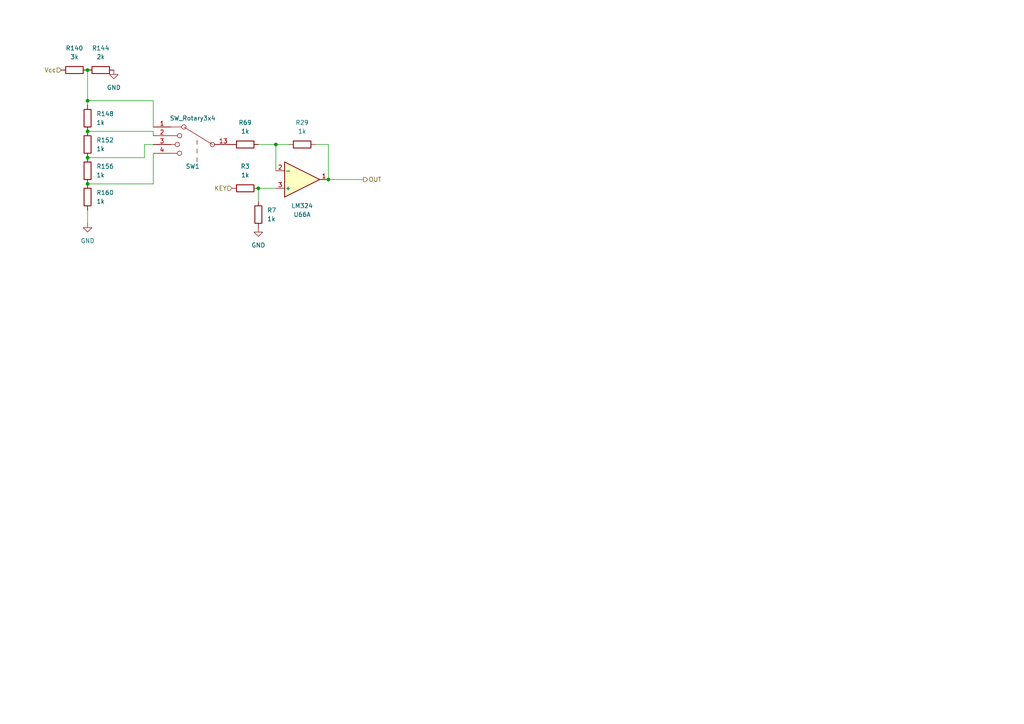
<source format=kicad_sch>
(kicad_sch (version 20230121) (generator eeschema)

  (uuid a081a19f-370f-48fd-9964-fcb5df9f06da)

  (paper "A4")

  (lib_symbols
    (symbol "Amplifier_Operational:LM324" (pin_names (offset 0.127)) (in_bom yes) (on_board yes)
      (property "Reference" "U" (at 0 5.08 0)
        (effects (font (size 1.27 1.27)) (justify left))
      )
      (property "Value" "LM324" (at 0 -5.08 0)
        (effects (font (size 1.27 1.27)) (justify left))
      )
      (property "Footprint" "" (at -1.27 2.54 0)
        (effects (font (size 1.27 1.27)) hide)
      )
      (property "Datasheet" "http://www.ti.com/lit/ds/symlink/lm2902-n.pdf" (at 1.27 5.08 0)
        (effects (font (size 1.27 1.27)) hide)
      )
      (property "ki_locked" "" (at 0 0 0)
        (effects (font (size 1.27 1.27)))
      )
      (property "ki_keywords" "quad opamp" (at 0 0 0)
        (effects (font (size 1.27 1.27)) hide)
      )
      (property "ki_description" "Low-Power, Quad-Operational Amplifiers, DIP-14/SOIC-14/SSOP-14" (at 0 0 0)
        (effects (font (size 1.27 1.27)) hide)
      )
      (property "ki_fp_filters" "SOIC*3.9x8.7mm*P1.27mm* DIP*W7.62mm* TSSOP*4.4x5mm*P0.65mm* SSOP*5.3x6.2mm*P0.65mm* MSOP*3x3mm*P0.5mm*" (at 0 0 0)
        (effects (font (size 1.27 1.27)) hide)
      )
      (symbol "LM324_1_1"
        (polyline
          (pts
            (xy -5.08 5.08)
            (xy 5.08 0)
            (xy -5.08 -5.08)
            (xy -5.08 5.08)
          )
          (stroke (width 0.254) (type default))
          (fill (type background))
        )
        (pin output line (at 7.62 0 180) (length 2.54)
          (name "~" (effects (font (size 1.27 1.27))))
          (number "1" (effects (font (size 1.27 1.27))))
        )
        (pin input line (at -7.62 -2.54 0) (length 2.54)
          (name "-" (effects (font (size 1.27 1.27))))
          (number "2" (effects (font (size 1.27 1.27))))
        )
        (pin input line (at -7.62 2.54 0) (length 2.54)
          (name "+" (effects (font (size 1.27 1.27))))
          (number "3" (effects (font (size 1.27 1.27))))
        )
      )
      (symbol "LM324_2_1"
        (polyline
          (pts
            (xy -5.08 5.08)
            (xy 5.08 0)
            (xy -5.08 -5.08)
            (xy -5.08 5.08)
          )
          (stroke (width 0.254) (type default))
          (fill (type background))
        )
        (pin input line (at -7.62 2.54 0) (length 2.54)
          (name "+" (effects (font (size 1.27 1.27))))
          (number "5" (effects (font (size 1.27 1.27))))
        )
        (pin input line (at -7.62 -2.54 0) (length 2.54)
          (name "-" (effects (font (size 1.27 1.27))))
          (number "6" (effects (font (size 1.27 1.27))))
        )
        (pin output line (at 7.62 0 180) (length 2.54)
          (name "~" (effects (font (size 1.27 1.27))))
          (number "7" (effects (font (size 1.27 1.27))))
        )
      )
      (symbol "LM324_3_1"
        (polyline
          (pts
            (xy -5.08 5.08)
            (xy 5.08 0)
            (xy -5.08 -5.08)
            (xy -5.08 5.08)
          )
          (stroke (width 0.254) (type default))
          (fill (type background))
        )
        (pin input line (at -7.62 2.54 0) (length 2.54)
          (name "+" (effects (font (size 1.27 1.27))))
          (number "10" (effects (font (size 1.27 1.27))))
        )
        (pin output line (at 7.62 0 180) (length 2.54)
          (name "~" (effects (font (size 1.27 1.27))))
          (number "8" (effects (font (size 1.27 1.27))))
        )
        (pin input line (at -7.62 -2.54 0) (length 2.54)
          (name "-" (effects (font (size 1.27 1.27))))
          (number "9" (effects (font (size 1.27 1.27))))
        )
      )
      (symbol "LM324_4_1"
        (polyline
          (pts
            (xy -5.08 5.08)
            (xy 5.08 0)
            (xy -5.08 -5.08)
            (xy -5.08 5.08)
          )
          (stroke (width 0.254) (type default))
          (fill (type background))
        )
        (pin input line (at -7.62 2.54 0) (length 2.54)
          (name "+" (effects (font (size 1.27 1.27))))
          (number "12" (effects (font (size 1.27 1.27))))
        )
        (pin input line (at -7.62 -2.54 0) (length 2.54)
          (name "-" (effects (font (size 1.27 1.27))))
          (number "13" (effects (font (size 1.27 1.27))))
        )
        (pin output line (at 7.62 0 180) (length 2.54)
          (name "~" (effects (font (size 1.27 1.27))))
          (number "14" (effects (font (size 1.27 1.27))))
        )
      )
      (symbol "LM324_5_1"
        (pin power_in line (at -2.54 -7.62 90) (length 3.81)
          (name "V-" (effects (font (size 1.27 1.27))))
          (number "11" (effects (font (size 1.27 1.27))))
        )
        (pin power_in line (at -2.54 7.62 270) (length 3.81)
          (name "V+" (effects (font (size 1.27 1.27))))
          (number "4" (effects (font (size 1.27 1.27))))
        )
      )
    )
    (symbol "Device:R" (pin_numbers hide) (pin_names (offset 0)) (in_bom yes) (on_board yes)
      (property "Reference" "R" (at 2.032 0 90)
        (effects (font (size 1.27 1.27)))
      )
      (property "Value" "R" (at 0 0 90)
        (effects (font (size 1.27 1.27)))
      )
      (property "Footprint" "" (at -1.778 0 90)
        (effects (font (size 1.27 1.27)) hide)
      )
      (property "Datasheet" "~" (at 0 0 0)
        (effects (font (size 1.27 1.27)) hide)
      )
      (property "ki_keywords" "R res resistor" (at 0 0 0)
        (effects (font (size 1.27 1.27)) hide)
      )
      (property "ki_description" "Resistor" (at 0 0 0)
        (effects (font (size 1.27 1.27)) hide)
      )
      (property "ki_fp_filters" "R_*" (at 0 0 0)
        (effects (font (size 1.27 1.27)) hide)
      )
      (symbol "R_0_1"
        (rectangle (start -1.016 -2.54) (end 1.016 2.54)
          (stroke (width 0.254) (type default))
          (fill (type none))
        )
      )
      (symbol "R_1_1"
        (pin passive line (at 0 3.81 270) (length 1.27)
          (name "~" (effects (font (size 1.27 1.27))))
          (number "1" (effects (font (size 1.27 1.27))))
        )
        (pin passive line (at 0 -3.81 90) (length 1.27)
          (name "~" (effects (font (size 1.27 1.27))))
          (number "2" (effects (font (size 1.27 1.27))))
        )
      )
    )
    (symbol "Switch:SW_Rotary3x4" (pin_names (offset 1.016) hide) (in_bom yes) (on_board yes)
      (property "Reference" "SW1" (at 1.27 22.86 0)
        (effects (font (size 1.27 1.27)))
      )
      (property "Value" "SW_Rotary3x4" (at 1.27 20.32 0)
        (effects (font (size 1.27 1.27)))
      )
      (property "Footprint" "" (at -2.54 20.32 0)
        (effects (font (size 1.27 1.27)) hide)
      )
      (property "Datasheet" "http://cdn-reichelt.de/documents/datenblatt/C200/DS-Serie%23LOR.pdf" (at -2.54 20.32 0)
        (effects (font (size 1.27 1.27)) hide)
      )
      (property "ki_keywords" "rotary switch" (at 0 0 0)
        (effects (font (size 1.27 1.27)) hide)
      )
      (property "ki_description" "3 rotary switches with 4 positions" (at 0 0 0)
        (effects (font (size 1.27 1.27)) hide)
      )
      (symbol "SW_Rotary3x4_0_0"
        (circle (center -4.445 12.7) (radius 0.635)
          (stroke (width 0) (type default))
          (fill (type none))
        )
        (polyline
          (pts
            (xy -4.445 12.7)
            (xy 3.81 17.78)
          )
          (stroke (width 0) (type default))
          (fill (type none))
        )
        (polyline
          (pts
            (xy 0 7.62)
            (xy 0 8.89)
          )
          (stroke (width 0) (type default))
          (fill (type none))
        )
        (polyline
          (pts
            (xy 0 10.16)
            (xy 0 11.43)
          )
          (stroke (width 0) (type default))
          (fill (type none))
        )
        (polyline
          (pts
            (xy 0 12.7)
            (xy 0 13.97)
          )
          (stroke (width 0) (type default))
          (fill (type none))
        )
        (polyline
          (pts
            (xy 4.445 17.78)
            (xy 7.62 17.78)
          )
          (stroke (width 0) (type default))
          (fill (type none))
        )
        (polyline
          (pts
            (xy 5.715 10.16)
            (xy 7.62 10.16)
          )
          (stroke (width 0) (type default))
          (fill (type none))
        )
        (polyline
          (pts
            (xy 5.715 15.24)
            (xy 7.62 15.24)
          )
          (stroke (width 0) (type default))
          (fill (type none))
        )
        (polyline
          (pts
            (xy 6.35 12.7)
            (xy 7.62 12.7)
          )
          (stroke (width 0) (type default))
          (fill (type none))
        )
        (circle (center 3.81 17.78) (radius 0.635)
          (stroke (width 0) (type default))
          (fill (type none))
        )
        (circle (center 5.08 10.16) (radius 0.635)
          (stroke (width 0) (type default))
          (fill (type none))
        )
        (circle (center 5.08 15.24) (radius 0.635)
          (stroke (width 0) (type default))
          (fill (type none))
        )
        (circle (center 5.715 12.7) (radius 0.635)
          (stroke (width 0) (type default))
          (fill (type none))
        )
      )
      (symbol "SW_Rotary3x4_0_1"
        (pin passive line (at 12.7 17.78 180) (length 5.08)
          (name "1" (effects (font (size 1.27 1.27))))
          (number "1" (effects (font (size 1.27 1.27))))
        )
        (pin passive line (at -10.16 12.7 0) (length 5.08)
          (name "13" (effects (font (size 1.27 1.27))))
          (number "13" (effects (font (size 1.27 1.27))))
        )
        (pin passive line (at 12.7 15.24 180) (length 5.08)
          (name "2" (effects (font (size 1.27 1.27))))
          (number "2" (effects (font (size 1.27 1.27))))
        )
        (pin passive line (at 12.7 12.7 180) (length 5.08)
          (name "3" (effects (font (size 1.27 1.27))))
          (number "3" (effects (font (size 1.27 1.27))))
        )
        (pin passive line (at 12.7 10.16 180) (length 5.08)
          (name "4" (effects (font (size 1.27 1.27))))
          (number "4" (effects (font (size 1.27 1.27))))
        )
      )
    )
    (symbol "power:GND" (power) (pin_names (offset 0)) (in_bom yes) (on_board yes)
      (property "Reference" "#PWR" (at 0 -6.35 0)
        (effects (font (size 1.27 1.27)) hide)
      )
      (property "Value" "GND" (at 0 -3.81 0)
        (effects (font (size 1.27 1.27)))
      )
      (property "Footprint" "" (at 0 0 0)
        (effects (font (size 1.27 1.27)) hide)
      )
      (property "Datasheet" "" (at 0 0 0)
        (effects (font (size 1.27 1.27)) hide)
      )
      (property "ki_keywords" "global power" (at 0 0 0)
        (effects (font (size 1.27 1.27)) hide)
      )
      (property "ki_description" "Power symbol creates a global label with name \"GND\" , ground" (at 0 0 0)
        (effects (font (size 1.27 1.27)) hide)
      )
      (symbol "GND_0_1"
        (polyline
          (pts
            (xy 0 0)
            (xy 0 -1.27)
            (xy 1.27 -1.27)
            (xy 0 -2.54)
            (xy -1.27 -1.27)
            (xy 0 -1.27)
          )
          (stroke (width 0) (type default))
          (fill (type none))
        )
      )
      (symbol "GND_1_1"
        (pin power_in line (at 0 0 270) (length 0) hide
          (name "GND" (effects (font (size 1.27 1.27))))
          (number "1" (effects (font (size 1.27 1.27))))
        )
      )
    )
  )

  (junction (at 25.4 53.34) (diameter 0) (color 0 0 0 0)
    (uuid 2acacae4-ce06-479e-935b-4cb55251b4fa)
  )
  (junction (at 74.93 54.61) (diameter 0) (color 0 0 0 0)
    (uuid 3f94da04-7639-471a-ade9-97cd402ae4e0)
  )
  (junction (at 25.4 45.72) (diameter 0) (color 0 0 0 0)
    (uuid 41c5ac5f-0a56-4d2b-8075-be7eee004e18)
  )
  (junction (at 25.4 20.32) (diameter 0) (color 0 0 0 0)
    (uuid 673e3f89-3c2b-4d43-86ce-ee6853da8caa)
  )
  (junction (at 80.01 41.91) (diameter 0) (color 0 0 0 0)
    (uuid dd3e18ef-631b-4e14-8ce8-08eb6249e110)
  )
  (junction (at 95.25 52.07) (diameter 0) (color 0 0 0 0)
    (uuid e14196bf-5542-4f66-94b0-2a2f3b3caddf)
  )
  (junction (at 25.4 38.1) (diameter 0) (color 0 0 0 0)
    (uuid e6e14eda-e352-45ed-a69c-1bbbaf46d1db)
  )
  (junction (at 25.4 29.21) (diameter 0) (color 0 0 0 0)
    (uuid f753407b-11c8-42bc-8d36-4ed00d6dd516)
  )

  (wire (pts (xy 44.45 29.21) (xy 44.45 36.83))
    (stroke (width 0) (type default))
    (uuid 02bded53-b6af-4e12-adbd-9689dbb4de3e)
  )
  (wire (pts (xy 44.45 44.45) (xy 44.45 53.34))
    (stroke (width 0) (type default))
    (uuid 288ca140-cdd6-4e13-a4af-be6e4fabb44c)
  )
  (wire (pts (xy 25.4 60.96) (xy 25.4 64.77))
    (stroke (width 0) (type default))
    (uuid 33bae5a4-db00-4395-9109-07c005e12e7a)
  )
  (wire (pts (xy 41.91 41.91) (xy 44.45 41.91))
    (stroke (width 0) (type default))
    (uuid 456f51b8-72c9-49b3-bdef-fc590f662da0)
  )
  (wire (pts (xy 25.4 53.34) (xy 44.45 53.34))
    (stroke (width 0) (type default))
    (uuid 5d161bab-5478-4d9e-9f2d-a593f8d47f3a)
  )
  (wire (pts (xy 25.4 45.72) (xy 41.91 45.72))
    (stroke (width 0) (type default))
    (uuid 62d89459-6d72-4011-8c93-454d6738e670)
  )
  (wire (pts (xy 83.82 41.91) (xy 80.01 41.91))
    (stroke (width 0) (type default))
    (uuid 69c9dbca-8187-42b7-afac-624353ac827c)
  )
  (wire (pts (xy 25.4 38.1) (xy 44.45 38.1))
    (stroke (width 0) (type default))
    (uuid 8d55997b-1865-4bd3-a678-3168799b67c0)
  )
  (wire (pts (xy 80.01 41.91) (xy 80.01 49.53))
    (stroke (width 0) (type default))
    (uuid 91101127-5e2e-48cc-888e-8047ce4b8a6a)
  )
  (wire (pts (xy 95.25 41.91) (xy 95.25 52.07))
    (stroke (width 0) (type default))
    (uuid 943841ae-aa62-4cd5-b427-24b4cc071960)
  )
  (wire (pts (xy 95.25 52.07) (xy 105.41 52.07))
    (stroke (width 0) (type default))
    (uuid 98a5e037-6414-49bc-bbe0-9875f57f9e6b)
  )
  (wire (pts (xy 25.4 29.21) (xy 25.4 30.48))
    (stroke (width 0) (type default))
    (uuid 9b8a4a4c-69be-4f6a-9eb2-eecf0feff21e)
  )
  (wire (pts (xy 74.93 54.61) (xy 80.01 54.61))
    (stroke (width 0) (type default))
    (uuid 9ed9ee43-4beb-494f-bf72-54824c8362f9)
  )
  (wire (pts (xy 25.4 29.21) (xy 44.45 29.21))
    (stroke (width 0) (type default))
    (uuid a4b6b6cb-808f-4079-90c0-cb4bc5b80dbe)
  )
  (wire (pts (xy 91.44 41.91) (xy 95.25 41.91))
    (stroke (width 0) (type default))
    (uuid b605c737-1780-4e5f-84cf-1ae8fc8d05b2)
  )
  (wire (pts (xy 74.93 58.42) (xy 74.93 54.61))
    (stroke (width 0) (type default))
    (uuid c427f296-c4df-4bcf-8469-68f5e2dbd9e5)
  )
  (wire (pts (xy 25.4 20.32) (xy 25.4 29.21))
    (stroke (width 0) (type default))
    (uuid c99d151d-a94a-45df-9648-870fe1ddc7e3)
  )
  (wire (pts (xy 41.91 45.72) (xy 41.91 41.91))
    (stroke (width 0) (type default))
    (uuid d68a430f-737a-4b7e-b1af-fadb52168635)
  )
  (wire (pts (xy 44.45 38.1) (xy 44.45 39.37))
    (stroke (width 0) (type default))
    (uuid ef80e16e-03a7-4e5a-a533-fe7f01aac8a5)
  )
  (wire (pts (xy 74.93 41.91) (xy 80.01 41.91))
    (stroke (width 0) (type default))
    (uuid fb0ea173-7eec-4645-b564-b4e22bb6ac7c)
  )

  (hierarchical_label "KEY" (shape input) (at 67.31 54.61 180) (fields_autoplaced)
    (effects (font (size 1.27 1.27)) (justify right))
    (uuid 15569375-cdca-44e6-a24c-1b7a801e9727)
  )
  (hierarchical_label "Vcc" (shape input) (at 17.78 20.32 180) (fields_autoplaced)
    (effects (font (size 1.27 1.27)) (justify right))
    (uuid 9e8c7436-6a0d-463b-8179-99afa2a4034a)
  )
  (hierarchical_label "OUT" (shape output) (at 105.41 52.07 0) (fields_autoplaced)
    (effects (font (size 1.27 1.27)) (justify left))
    (uuid e5b2370f-c84c-4ab9-bdba-af52629895d5)
  )

  (symbol (lib_id "power:GND") (at 33.02 20.32 0) (unit 1)
    (in_bom yes) (on_board yes) (dnp no) (fields_autoplaced)
    (uuid 035b46a6-f5bb-4665-bb79-dcf10cbefedc)
    (property "Reference" "#PWR017" (at 33.02 26.67 0)
      (effects (font (size 1.27 1.27)) hide)
    )
    (property "Value" "GND" (at 33.02 25.4 0)
      (effects (font (size 1.27 1.27)))
    )
    (property "Footprint" "" (at 33.02 20.32 0)
      (effects (font (size 1.27 1.27)) hide)
    )
    (property "Datasheet" "" (at 33.02 20.32 0)
      (effects (font (size 1.27 1.27)) hide)
    )
    (pin "1" (uuid 88aedc00-bdbb-403a-a548-01c7013c74e8))
    (instances
      (project "szinti"
        (path "/c9b1620a-569f-4770-8753-fedfc7271ef5/00000000-0000-0000-0000-000064ba06c3"
          (reference "#PWR017") (unit 1)
        )
        (path "/c9b1620a-569f-4770-8753-fedfc7271ef5/4d7ff619-b956-4e49-8cc4-25f219e8dc4b"
          (reference "#PWR018") (unit 1)
        )
        (path "/c9b1620a-569f-4770-8753-fedfc7271ef5/f113e3ef-706d-4ee4-ae72-e5447bc34964"
          (reference "#PWR041") (unit 1)
        )
        (path "/c9b1620a-569f-4770-8753-fedfc7271ef5/622853d3-f6ce-449d-a8cc-1506d1b27fb9"
          (reference "#PWR042") (unit 1)
        )
      )
    )
  )

  (symbol (lib_id "Device:R") (at 25.4 34.29 180) (unit 1)
    (in_bom yes) (on_board yes) (dnp no) (fields_autoplaced)
    (uuid 187aca85-6cc2-48f6-bd29-5f6c39d898f7)
    (property "Reference" "R148" (at 27.94 33.02 0)
      (effects (font (size 1.27 1.27)) (justify right))
    )
    (property "Value" "1k" (at 27.94 35.56 0)
      (effects (font (size 1.27 1.27)) (justify right))
    )
    (property "Footprint" "" (at 27.178 34.29 90)
      (effects (font (size 1.27 1.27)) hide)
    )
    (property "Datasheet" "~" (at 25.4 34.29 0)
      (effects (font (size 1.27 1.27)) hide)
    )
    (pin "1" (uuid 2f629c75-1936-4ee5-9960-ef5b745fce19))
    (pin "2" (uuid d0a7a231-cc4d-4e1b-90fb-2f49b69ee3ec))
    (instances
      (project "szinti"
        (path "/c9b1620a-569f-4770-8753-fedfc7271ef5/00000000-0000-0000-0000-000064ba06c3"
          (reference "R148") (unit 1)
        )
        (path "/c9b1620a-569f-4770-8753-fedfc7271ef5/4d7ff619-b956-4e49-8cc4-25f219e8dc4b"
          (reference "R149") (unit 1)
        )
        (path "/c9b1620a-569f-4770-8753-fedfc7271ef5/f113e3ef-706d-4ee4-ae72-e5447bc34964"
          (reference "R150") (unit 1)
        )
        (path "/c9b1620a-569f-4770-8753-fedfc7271ef5/622853d3-f6ce-449d-a8cc-1506d1b27fb9"
          (reference "R151") (unit 1)
        )
      )
    )
  )

  (symbol (lib_id "power:GND") (at 25.4 64.77 0) (unit 1)
    (in_bom yes) (on_board yes) (dnp no) (fields_autoplaced)
    (uuid 18ea9a5a-cb09-49ae-a546-a13851fa442b)
    (property "Reference" "#PWR073" (at 25.4 71.12 0)
      (effects (font (size 1.27 1.27)) hide)
    )
    (property "Value" "GND" (at 25.4 69.85 0)
      (effects (font (size 1.27 1.27)))
    )
    (property "Footprint" "" (at 25.4 64.77 0)
      (effects (font (size 1.27 1.27)) hide)
    )
    (property "Datasheet" "" (at 25.4 64.77 0)
      (effects (font (size 1.27 1.27)) hide)
    )
    (pin "1" (uuid 28aabf1b-68df-4a66-8c88-18979b131c01))
    (instances
      (project "szinti"
        (path "/c9b1620a-569f-4770-8753-fedfc7271ef5/00000000-0000-0000-0000-000064ba06c3"
          (reference "#PWR073") (unit 1)
        )
        (path "/c9b1620a-569f-4770-8753-fedfc7271ef5/4d7ff619-b956-4e49-8cc4-25f219e8dc4b"
          (reference "#PWR074") (unit 1)
        )
        (path "/c9b1620a-569f-4770-8753-fedfc7271ef5/f113e3ef-706d-4ee4-ae72-e5447bc34964"
          (reference "#PWR075") (unit 1)
        )
        (path "/c9b1620a-569f-4770-8753-fedfc7271ef5/622853d3-f6ce-449d-a8cc-1506d1b27fb9"
          (reference "#PWR076") (unit 1)
        )
      )
    )
  )

  (symbol (lib_id "Device:R") (at 74.93 62.23 180) (unit 1)
    (in_bom yes) (on_board yes) (dnp no) (fields_autoplaced)
    (uuid 2dca3c3e-8bac-4500-b90b-e0d8fe7ee518)
    (property "Reference" "R7" (at 77.47 60.96 0)
      (effects (font (size 1.27 1.27)) (justify right))
    )
    (property "Value" "1k" (at 77.47 63.5 0)
      (effects (font (size 1.27 1.27)) (justify right))
    )
    (property "Footprint" "" (at 76.708 62.23 90)
      (effects (font (size 1.27 1.27)) hide)
    )
    (property "Datasheet" "~" (at 74.93 62.23 0)
      (effects (font (size 1.27 1.27)) hide)
    )
    (pin "1" (uuid 4441373f-c995-4b45-bec9-9a71a8f80120))
    (pin "2" (uuid 45c4350a-6417-4661-8e87-4bddf580db2c))
    (instances
      (project "szinti"
        (path "/c9b1620a-569f-4770-8753-fedfc7271ef5/00000000-0000-0000-0000-000064ba06c3"
          (reference "R7") (unit 1)
        )
        (path "/c9b1620a-569f-4770-8753-fedfc7271ef5/4d7ff619-b956-4e49-8cc4-25f219e8dc4b"
          (reference "R8") (unit 1)
        )
        (path "/c9b1620a-569f-4770-8753-fedfc7271ef5/f113e3ef-706d-4ee4-ae72-e5447bc34964"
          (reference "R9") (unit 1)
        )
        (path "/c9b1620a-569f-4770-8753-fedfc7271ef5/622853d3-f6ce-449d-a8cc-1506d1b27fb9"
          (reference "R10") (unit 1)
        )
      )
    )
  )

  (symbol (lib_id "Device:R") (at 25.4 49.53 180) (unit 1)
    (in_bom yes) (on_board yes) (dnp no) (fields_autoplaced)
    (uuid 3fa9b814-1801-4435-a15e-e6a125585e03)
    (property "Reference" "R156" (at 27.94 48.26 0)
      (effects (font (size 1.27 1.27)) (justify right))
    )
    (property "Value" "1k" (at 27.94 50.8 0)
      (effects (font (size 1.27 1.27)) (justify right))
    )
    (property "Footprint" "" (at 27.178 49.53 90)
      (effects (font (size 1.27 1.27)) hide)
    )
    (property "Datasheet" "~" (at 25.4 49.53 0)
      (effects (font (size 1.27 1.27)) hide)
    )
    (pin "1" (uuid 3f2acca5-ef02-4d1b-acba-0617c3b9b5d8))
    (pin "2" (uuid b10516ca-800f-43d4-866b-90169d12e8bf))
    (instances
      (project "szinti"
        (path "/c9b1620a-569f-4770-8753-fedfc7271ef5/00000000-0000-0000-0000-000064ba06c3"
          (reference "R156") (unit 1)
        )
        (path "/c9b1620a-569f-4770-8753-fedfc7271ef5/4d7ff619-b956-4e49-8cc4-25f219e8dc4b"
          (reference "R157") (unit 1)
        )
        (path "/c9b1620a-569f-4770-8753-fedfc7271ef5/f113e3ef-706d-4ee4-ae72-e5447bc34964"
          (reference "R158") (unit 1)
        )
        (path "/c9b1620a-569f-4770-8753-fedfc7271ef5/622853d3-f6ce-449d-a8cc-1506d1b27fb9"
          (reference "R159") (unit 1)
        )
      )
    )
  )

  (symbol (lib_id "Device:R") (at 25.4 41.91 180) (unit 1)
    (in_bom yes) (on_board yes) (dnp no) (fields_autoplaced)
    (uuid 3fb07e51-dfa7-488a-a8e2-2f35539c43fe)
    (property "Reference" "R152" (at 27.94 40.64 0)
      (effects (font (size 1.27 1.27)) (justify right))
    )
    (property "Value" "1k" (at 27.94 43.18 0)
      (effects (font (size 1.27 1.27)) (justify right))
    )
    (property "Footprint" "" (at 27.178 41.91 90)
      (effects (font (size 1.27 1.27)) hide)
    )
    (property "Datasheet" "~" (at 25.4 41.91 0)
      (effects (font (size 1.27 1.27)) hide)
    )
    (pin "1" (uuid 887628b1-9d9f-4425-80f0-e422fd633d72))
    (pin "2" (uuid 596c4ab2-b662-4cfd-8fac-63b5d8224098))
    (instances
      (project "szinti"
        (path "/c9b1620a-569f-4770-8753-fedfc7271ef5/00000000-0000-0000-0000-000064ba06c3"
          (reference "R152") (unit 1)
        )
        (path "/c9b1620a-569f-4770-8753-fedfc7271ef5/4d7ff619-b956-4e49-8cc4-25f219e8dc4b"
          (reference "R153") (unit 1)
        )
        (path "/c9b1620a-569f-4770-8753-fedfc7271ef5/f113e3ef-706d-4ee4-ae72-e5447bc34964"
          (reference "R154") (unit 1)
        )
        (path "/c9b1620a-569f-4770-8753-fedfc7271ef5/622853d3-f6ce-449d-a8cc-1506d1b27fb9"
          (reference "R155") (unit 1)
        )
      )
    )
  )

  (symbol (lib_id "Device:R") (at 25.4 57.15 180) (unit 1)
    (in_bom yes) (on_board yes) (dnp no) (fields_autoplaced)
    (uuid 47721763-9c57-4e5e-a8e9-078d19c2cd1f)
    (property "Reference" "R160" (at 27.94 55.88 0)
      (effects (font (size 1.27 1.27)) (justify right))
    )
    (property "Value" "1k" (at 27.94 58.42 0)
      (effects (font (size 1.27 1.27)) (justify right))
    )
    (property "Footprint" "" (at 27.178 57.15 90)
      (effects (font (size 1.27 1.27)) hide)
    )
    (property "Datasheet" "~" (at 25.4 57.15 0)
      (effects (font (size 1.27 1.27)) hide)
    )
    (pin "1" (uuid 18878ff6-8a6f-448f-a9f8-489875a064af))
    (pin "2" (uuid 513466fd-16d9-4594-94b6-1140722a0006))
    (instances
      (project "szinti"
        (path "/c9b1620a-569f-4770-8753-fedfc7271ef5/00000000-0000-0000-0000-000064ba06c3"
          (reference "R160") (unit 1)
        )
        (path "/c9b1620a-569f-4770-8753-fedfc7271ef5/4d7ff619-b956-4e49-8cc4-25f219e8dc4b"
          (reference "R161") (unit 1)
        )
        (path "/c9b1620a-569f-4770-8753-fedfc7271ef5/f113e3ef-706d-4ee4-ae72-e5447bc34964"
          (reference "R162") (unit 1)
        )
        (path "/c9b1620a-569f-4770-8753-fedfc7271ef5/622853d3-f6ce-449d-a8cc-1506d1b27fb9"
          (reference "R163") (unit 1)
        )
      )
    )
  )

  (symbol (lib_id "Device:R") (at 71.12 54.61 90) (unit 1)
    (in_bom yes) (on_board yes) (dnp no) (fields_autoplaced)
    (uuid 6a75140a-3ab4-4a31-9402-a826b3aa2173)
    (property "Reference" "R3" (at 71.12 48.26 90)
      (effects (font (size 1.27 1.27)))
    )
    (property "Value" "1k" (at 71.12 50.8 90)
      (effects (font (size 1.27 1.27)))
    )
    (property "Footprint" "" (at 71.12 56.388 90)
      (effects (font (size 1.27 1.27)) hide)
    )
    (property "Datasheet" "~" (at 71.12 54.61 0)
      (effects (font (size 1.27 1.27)) hide)
    )
    (pin "1" (uuid a9ba7139-af9c-40d6-813c-6bd8995fbf95))
    (pin "2" (uuid f20291e2-a6cc-4e0c-ba2f-51464ff5da43))
    (instances
      (project "szinti"
        (path "/c9b1620a-569f-4770-8753-fedfc7271ef5/00000000-0000-0000-0000-000064ba06c3"
          (reference "R3") (unit 1)
        )
        (path "/c9b1620a-569f-4770-8753-fedfc7271ef5/4d7ff619-b956-4e49-8cc4-25f219e8dc4b"
          (reference "R4") (unit 1)
        )
        (path "/c9b1620a-569f-4770-8753-fedfc7271ef5/f113e3ef-706d-4ee4-ae72-e5447bc34964"
          (reference "R5") (unit 1)
        )
        (path "/c9b1620a-569f-4770-8753-fedfc7271ef5/622853d3-f6ce-449d-a8cc-1506d1b27fb9"
          (reference "R6") (unit 1)
        )
      )
    )
  )

  (symbol (lib_id "Device:R") (at 21.59 20.32 270) (unit 1)
    (in_bom yes) (on_board yes) (dnp no) (fields_autoplaced)
    (uuid 70798810-a9d8-4d57-86a6-6972730ce1a1)
    (property "Reference" "R140" (at 21.59 13.97 90)
      (effects (font (size 1.27 1.27)))
    )
    (property "Value" "3k" (at 21.59 16.51 90)
      (effects (font (size 1.27 1.27)))
    )
    (property "Footprint" "" (at 21.59 18.542 90)
      (effects (font (size 1.27 1.27)) hide)
    )
    (property "Datasheet" "~" (at 21.59 20.32 0)
      (effects (font (size 1.27 1.27)) hide)
    )
    (pin "1" (uuid 775127c2-a5a9-4146-9105-c4adff1ffb76))
    (pin "2" (uuid b2d9a74e-5c92-4b7a-badc-7e9540562103))
    (instances
      (project "szinti"
        (path "/c9b1620a-569f-4770-8753-fedfc7271ef5/00000000-0000-0000-0000-000064ba06c3"
          (reference "R140") (unit 1)
        )
        (path "/c9b1620a-569f-4770-8753-fedfc7271ef5/4d7ff619-b956-4e49-8cc4-25f219e8dc4b"
          (reference "R141") (unit 1)
        )
        (path "/c9b1620a-569f-4770-8753-fedfc7271ef5/f113e3ef-706d-4ee4-ae72-e5447bc34964"
          (reference "R142") (unit 1)
        )
        (path "/c9b1620a-569f-4770-8753-fedfc7271ef5/622853d3-f6ce-449d-a8cc-1506d1b27fb9"
          (reference "R143") (unit 1)
        )
      )
    )
  )

  (symbol (lib_id "Device:R") (at 71.12 41.91 90) (unit 1)
    (in_bom yes) (on_board yes) (dnp no) (fields_autoplaced)
    (uuid 74fb2ef7-ebd4-4428-b094-3057e8906b3e)
    (property "Reference" "R69" (at 71.12 35.56 90)
      (effects (font (size 1.27 1.27)))
    )
    (property "Value" "1k" (at 71.12 38.1 90)
      (effects (font (size 1.27 1.27)))
    )
    (property "Footprint" "" (at 71.12 43.688 90)
      (effects (font (size 1.27 1.27)) hide)
    )
    (property "Datasheet" "~" (at 71.12 41.91 0)
      (effects (font (size 1.27 1.27)) hide)
    )
    (pin "1" (uuid a278f143-101f-4c45-aca1-86f4de9ab076))
    (pin "2" (uuid f0b6a422-eca9-4426-be6e-3037bc54d0b7))
    (instances
      (project "szinti"
        (path "/c9b1620a-569f-4770-8753-fedfc7271ef5/00000000-0000-0000-0000-000064ba06c3"
          (reference "R69") (unit 1)
        )
        (path "/c9b1620a-569f-4770-8753-fedfc7271ef5/4d7ff619-b956-4e49-8cc4-25f219e8dc4b"
          (reference "R70") (unit 1)
        )
        (path "/c9b1620a-569f-4770-8753-fedfc7271ef5/f113e3ef-706d-4ee4-ae72-e5447bc34964"
          (reference "R71") (unit 1)
        )
        (path "/c9b1620a-569f-4770-8753-fedfc7271ef5/622853d3-f6ce-449d-a8cc-1506d1b27fb9"
          (reference "R72") (unit 1)
        )
      )
    )
  )

  (symbol (lib_id "Device:R") (at 29.21 20.32 270) (unit 1)
    (in_bom yes) (on_board yes) (dnp no) (fields_autoplaced)
    (uuid 829de15e-f33c-43ff-8cb5-0dd7543d6331)
    (property "Reference" "R144" (at 29.21 13.97 90)
      (effects (font (size 1.27 1.27)))
    )
    (property "Value" "2k" (at 29.21 16.51 90)
      (effects (font (size 1.27 1.27)))
    )
    (property "Footprint" "" (at 29.21 18.542 90)
      (effects (font (size 1.27 1.27)) hide)
    )
    (property "Datasheet" "~" (at 29.21 20.32 0)
      (effects (font (size 1.27 1.27)) hide)
    )
    (pin "1" (uuid 0dcc3e6a-ba2c-41df-b960-95501cee584a))
    (pin "2" (uuid 0cc2d2bb-9ba8-4d34-98f1-36a470ff42e9))
    (instances
      (project "szinti"
        (path "/c9b1620a-569f-4770-8753-fedfc7271ef5/00000000-0000-0000-0000-000064ba06c3"
          (reference "R144") (unit 1)
        )
        (path "/c9b1620a-569f-4770-8753-fedfc7271ef5/4d7ff619-b956-4e49-8cc4-25f219e8dc4b"
          (reference "R145") (unit 1)
        )
        (path "/c9b1620a-569f-4770-8753-fedfc7271ef5/f113e3ef-706d-4ee4-ae72-e5447bc34964"
          (reference "R146") (unit 1)
        )
        (path "/c9b1620a-569f-4770-8753-fedfc7271ef5/622853d3-f6ce-449d-a8cc-1506d1b27fb9"
          (reference "R147") (unit 1)
        )
      )
    )
  )

  (symbol (lib_id "Amplifier_Operational:LM324") (at 87.63 52.07 0) (mirror x) (unit 1)
    (in_bom yes) (on_board yes) (dnp no)
    (uuid 9f40cfc6-527f-4329-9e5d-8a26852d9b5b)
    (property "Reference" "U66" (at 87.63 62.23 0)
      (effects (font (size 1.27 1.27)))
    )
    (property "Value" "LM324" (at 87.63 59.69 0)
      (effects (font (size 1.27 1.27)))
    )
    (property "Footprint" "" (at 86.36 54.61 0)
      (effects (font (size 1.27 1.27)) hide)
    )
    (property "Datasheet" "http://www.ti.com/lit/ds/symlink/lm2902-n.pdf" (at 88.9 57.15 0)
      (effects (font (size 1.27 1.27)) hide)
    )
    (pin "1" (uuid bcc50097-ac74-455f-a39b-b6bf1e87c5b4))
    (pin "2" (uuid 88991f92-fcac-4c47-b6de-42f3958a32e7))
    (pin "3" (uuid dd8f2499-87da-4e4f-b185-50beb00d6516))
    (pin "5" (uuid 11e75538-1373-44ee-8263-25054a5cb1ef))
    (pin "6" (uuid 2c372255-04a0-4e1b-beb2-0dcb3da9ed60))
    (pin "7" (uuid 7bfbafcb-28bd-4be4-8f16-fbd42fdcc61d))
    (pin "10" (uuid f4443480-59be-4241-9ca3-b8b5d5951e9b))
    (pin "8" (uuid 3eab5a96-9307-4147-8a4c-c690796cb841))
    (pin "9" (uuid 93b4c1e4-a0a3-4bcf-baee-d95d203e1476))
    (pin "12" (uuid 0e30f2f5-cc0f-47a8-96ef-87bc61f9fcc1))
    (pin "13" (uuid 51e3fa2f-be35-4d8e-9834-292536dabfd9))
    (pin "14" (uuid 1949243b-02a4-402a-bbb5-9a535b6a15f8))
    (pin "11" (uuid cb18da3b-c1ad-437b-949e-30c71b6f8dd8))
    (pin "4" (uuid e3e3274a-e785-49ba-aec6-c70d265990cd))
    (instances
      (project "szinti"
        (path "/c9b1620a-569f-4770-8753-fedfc7271ef5/00000000-0000-0000-0000-000064ba06c3"
          (reference "U66") (unit 1)
        )
        (path "/c9b1620a-569f-4770-8753-fedfc7271ef5/4d7ff619-b956-4e49-8cc4-25f219e8dc4b"
          (reference "U67") (unit 1)
        )
        (path "/c9b1620a-569f-4770-8753-fedfc7271ef5/f113e3ef-706d-4ee4-ae72-e5447bc34964"
          (reference "U68") (unit 1)
        )
        (path "/c9b1620a-569f-4770-8753-fedfc7271ef5/622853d3-f6ce-449d-a8cc-1506d1b27fb9"
          (reference "U69") (unit 1)
        )
      )
    )
  )

  (symbol (lib_id "Switch:SW_Rotary3x4") (at 57.15 54.61 0) (mirror y) (unit 1)
    (in_bom yes) (on_board yes) (dnp no)
    (uuid bd2d5b86-7ab0-4a0d-9981-7940d52a5060)
    (property "Reference" "SW1" (at 55.88 48.26 0)
      (effects (font (size 1.27 1.27)))
    )
    (property "Value" "SW_Rotary3x4" (at 55.88 34.29 0)
      (effects (font (size 1.27 1.27)))
    )
    (property "Footprint" "" (at 59.69 34.29 0)
      (effects (font (size 1.27 1.27)) hide)
    )
    (property "Datasheet" "http://cdn-reichelt.de/documents/datenblatt/C200/DS-Serie%23LOR.pdf" (at 59.69 34.29 0)
      (effects (font (size 1.27 1.27)) hide)
    )
    (pin "1" (uuid 9c15cf4a-92dd-4280-8587-906c61864f87))
    (pin "13" (uuid b22210ba-9060-4279-bac7-a6dbaf0a6a7e))
    (pin "2" (uuid 6e819405-1025-4c08-ab87-0bc487193663))
    (pin "3" (uuid f9e945ed-f830-4623-a66b-3648c73f2970))
    (pin "4" (uuid 6a510909-1205-4b04-931c-50079ea12323))
    (instances
      (project "szinti"
        (path "/c9b1620a-569f-4770-8753-fedfc7271ef5/00000000-0000-0000-0000-000064ba06c3"
          (reference "SW1") (unit 1)
        )
        (path "/c9b1620a-569f-4770-8753-fedfc7271ef5/4d7ff619-b956-4e49-8cc4-25f219e8dc4b"
          (reference "SW2") (unit 1)
        )
        (path "/c9b1620a-569f-4770-8753-fedfc7271ef5/f113e3ef-706d-4ee4-ae72-e5447bc34964"
          (reference "SW3") (unit 1)
        )
        (path "/c9b1620a-569f-4770-8753-fedfc7271ef5/622853d3-f6ce-449d-a8cc-1506d1b27fb9"
          (reference "SW4") (unit 1)
        )
      )
    )
  )

  (symbol (lib_id "power:GND") (at 74.93 66.04 0) (unit 1)
    (in_bom yes) (on_board yes) (dnp no) (fields_autoplaced)
    (uuid d2a7b36c-d65d-4f70-8d43-255ff610a34e)
    (property "Reference" "#PWR02" (at 74.93 72.39 0)
      (effects (font (size 1.27 1.27)) hide)
    )
    (property "Value" "GND" (at 74.93 71.12 0)
      (effects (font (size 1.27 1.27)))
    )
    (property "Footprint" "" (at 74.93 66.04 0)
      (effects (font (size 1.27 1.27)) hide)
    )
    (property "Datasheet" "" (at 74.93 66.04 0)
      (effects (font (size 1.27 1.27)) hide)
    )
    (pin "1" (uuid 2d19afd7-f491-4abd-a083-9dfcce0fe4e7))
    (instances
      (project "szinti"
        (path "/c9b1620a-569f-4770-8753-fedfc7271ef5/00000000-0000-0000-0000-000064ba06c3"
          (reference "#PWR02") (unit 1)
        )
        (path "/c9b1620a-569f-4770-8753-fedfc7271ef5/4d7ff619-b956-4e49-8cc4-25f219e8dc4b"
          (reference "#PWR03") (unit 1)
        )
        (path "/c9b1620a-569f-4770-8753-fedfc7271ef5/f113e3ef-706d-4ee4-ae72-e5447bc34964"
          (reference "#PWR04") (unit 1)
        )
        (path "/c9b1620a-569f-4770-8753-fedfc7271ef5/622853d3-f6ce-449d-a8cc-1506d1b27fb9"
          (reference "#PWR05") (unit 1)
        )
      )
    )
  )

  (symbol (lib_id "Device:R") (at 87.63 41.91 90) (unit 1)
    (in_bom yes) (on_board yes) (dnp no) (fields_autoplaced)
    (uuid f1b42ad2-c393-4c21-ac01-a08a52b3966b)
    (property "Reference" "R29" (at 87.63 35.56 90)
      (effects (font (size 1.27 1.27)))
    )
    (property "Value" "1k" (at 87.63 38.1 90)
      (effects (font (size 1.27 1.27)))
    )
    (property "Footprint" "" (at 87.63 43.688 90)
      (effects (font (size 1.27 1.27)) hide)
    )
    (property "Datasheet" "~" (at 87.63 41.91 0)
      (effects (font (size 1.27 1.27)) hide)
    )
    (pin "1" (uuid d059ae2f-ca47-47ba-9223-1241e9c5fe0f))
    (pin "2" (uuid f436569c-fd9f-4115-9a4b-eab62fd5c6a7))
    (instances
      (project "szinti"
        (path "/c9b1620a-569f-4770-8753-fedfc7271ef5/00000000-0000-0000-0000-000064ba06c3"
          (reference "R29") (unit 1)
        )
        (path "/c9b1620a-569f-4770-8753-fedfc7271ef5/4d7ff619-b956-4e49-8cc4-25f219e8dc4b"
          (reference "R30") (unit 1)
        )
        (path "/c9b1620a-569f-4770-8753-fedfc7271ef5/f113e3ef-706d-4ee4-ae72-e5447bc34964"
          (reference "R31") (unit 1)
        )
        (path "/c9b1620a-569f-4770-8753-fedfc7271ef5/622853d3-f6ce-449d-a8cc-1506d1b27fb9"
          (reference "R32") (unit 1)
        )
      )
    )
  )
)

</source>
